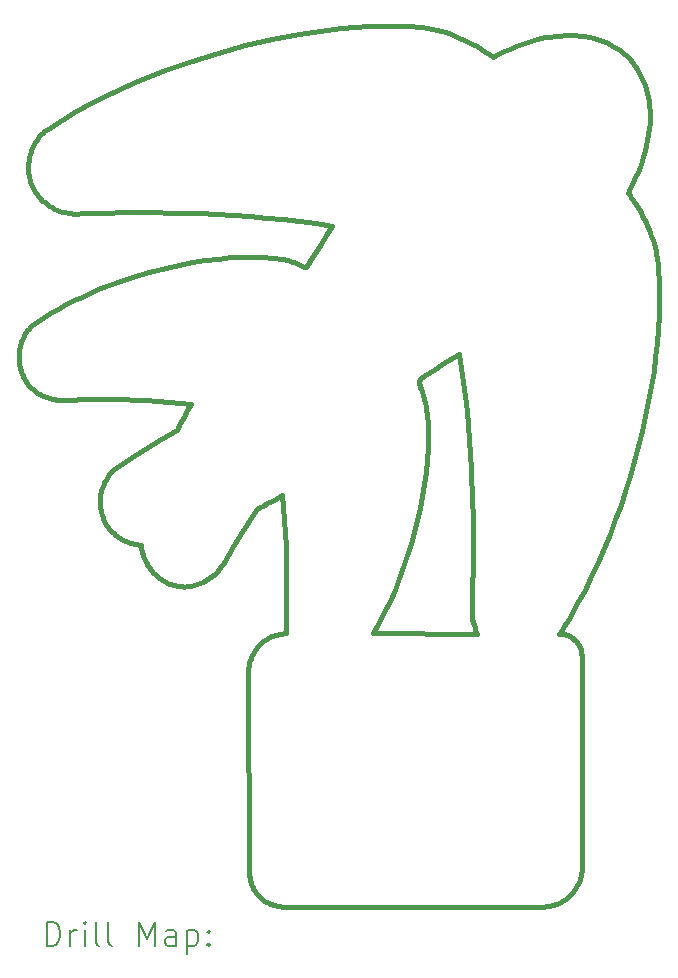
<source format=gbr>
%TF.GenerationSoftware,KiCad,Pcbnew,(6.0.10-0)*%
%TF.CreationDate,2023-09-19T21:04:53+02:00*%
%TF.ProjectId,SwiftLeeds,53776966-744c-4656-9564-732e6b696361,rev?*%
%TF.SameCoordinates,Original*%
%TF.FileFunction,Drillmap*%
%TF.FilePolarity,Positive*%
%FSLAX45Y45*%
G04 Gerber Fmt 4.5, Leading zero omitted, Abs format (unit mm)*
G04 Created by KiCad (PCBNEW (6.0.10-0)) date 2023-09-19 21:04:53*
%MOMM*%
%LPD*%
G01*
G04 APERTURE LIST*
%ADD10C,0.400165*%
%ADD11C,0.200000*%
G04 APERTURE END LIST*
D10*
X13902583Y-5745613D02*
X14041688Y-5766952D01*
X16535679Y-4327721D02*
X16508721Y-4303534D01*
X16605084Y-5571640D02*
X16597948Y-5560515D01*
X13998006Y-4105643D02*
X13881451Y-4121306D01*
X12192884Y-8370809D02*
X12204859Y-8381468D01*
X12708832Y-8810494D02*
X12724945Y-8813869D01*
X13808661Y-6115760D02*
X13807957Y-6115442D01*
X13543096Y-9236847D02*
X13528439Y-9242724D01*
X11657115Y-6504816D02*
X11592839Y-6543972D01*
X14812752Y-7201321D02*
X14821429Y-7232018D01*
X12540088Y-8715129D02*
X12552013Y-8726402D01*
X15806662Y-4179063D02*
X15780115Y-4185270D01*
X14810761Y-7041916D02*
X14806150Y-7044885D01*
X16605084Y-5571640D02*
X16605084Y-5571640D01*
X13339630Y-11237459D02*
X13340080Y-11252490D01*
X12662058Y-8795704D02*
X12677370Y-8801386D01*
X11501428Y-5429152D02*
X11509838Y-5446808D01*
X14467164Y-4070204D02*
X14467164Y-4070204D01*
X16725947Y-4940851D02*
X16729688Y-4893125D01*
X12430522Y-8516216D02*
X12434242Y-8532220D01*
X13654203Y-9216633D02*
X13637561Y-9217135D01*
X15005954Y-4127879D02*
X14966922Y-4116162D01*
X15044521Y-4141087D02*
X15005954Y-4127879D01*
X16152828Y-11241217D02*
X16154856Y-11224683D01*
X16154856Y-11224683D02*
X16156072Y-11208007D01*
X13425967Y-11444004D02*
X13436134Y-11453676D01*
X13604966Y-9220607D02*
X13589053Y-9223536D01*
X13655169Y-8670551D02*
X13655751Y-8747787D01*
X11875589Y-5663649D02*
X11875589Y-5663649D01*
X11469452Y-5296623D02*
X11471182Y-5316176D01*
X16099936Y-11379100D02*
X16108755Y-11365085D01*
X15835821Y-11529488D02*
X15852452Y-11528248D01*
X13847643Y-6074278D02*
X13842246Y-6082111D01*
X11416444Y-6730400D02*
X11410754Y-6744860D01*
X13338632Y-9477095D02*
X13335863Y-9493079D01*
X15847080Y-4170819D02*
X15806662Y-4179063D01*
X16044781Y-9092125D02*
X16118881Y-8961459D01*
X16791635Y-6038068D02*
X16786382Y-6006784D01*
X14786831Y-7125726D02*
X14787006Y-7127046D01*
X13409053Y-6028436D02*
X13353160Y-6027295D01*
X13340080Y-11252490D02*
X13341275Y-11267323D01*
X13416269Y-11433858D02*
X13425967Y-11444004D01*
X13573424Y-9227232D02*
X13558098Y-9231676D01*
X11722347Y-6467348D02*
X11657115Y-6504816D01*
X15901383Y-11519694D02*
X15917281Y-11515268D01*
X13828049Y-6100926D02*
X13825279Y-6104162D01*
X13505955Y-11500761D02*
X13518890Y-11506612D01*
X11730734Y-7239143D02*
X11743756Y-7239595D01*
X12113238Y-8264255D02*
X12121880Y-8281230D01*
X12468158Y-7243072D02*
X12563493Y-7248650D01*
X12083753Y-8173663D02*
X12087817Y-8192374D01*
X11461497Y-7100178D02*
X11469657Y-7110290D01*
X11468775Y-5257332D02*
X11468652Y-5276992D01*
X12952717Y-8779877D02*
X12977936Y-8766097D01*
X16669780Y-5680349D02*
X16654554Y-5652599D01*
X12817428Y-7327852D02*
X12786397Y-7382247D01*
X15885260Y-11523340D02*
X15901383Y-11519694D01*
X15224053Y-9038474D02*
X15223511Y-9006548D01*
X14678363Y-8556997D02*
X14645113Y-8654596D01*
X11387100Y-6866637D02*
X11386947Y-6882216D01*
X14802893Y-7170930D02*
X14812752Y-7201321D01*
X12277300Y-7235900D02*
X12372753Y-7238832D01*
X11616611Y-7214415D02*
X11628836Y-7218922D01*
X12192884Y-8370809D02*
X12192884Y-8370809D01*
X14637091Y-4071965D02*
X14594623Y-4070719D01*
X16033050Y-11453196D02*
X16045678Y-11442276D01*
X12449558Y-8579068D02*
X12455987Y-8594213D01*
X16054066Y-4152503D02*
X16012374Y-4152859D01*
X14851962Y-7420872D02*
X14854013Y-7452829D01*
X16056039Y-9242066D02*
X16047959Y-9237836D01*
X11387887Y-6851074D02*
X11387100Y-6866637D01*
X14570480Y-8846387D02*
X14529122Y-8940389D01*
X12182007Y-7839073D02*
X12168476Y-7852795D01*
X16150216Y-9370381D02*
X16148121Y-9361256D01*
X15225128Y-8942639D02*
X15228143Y-8878698D01*
X15248722Y-9166002D02*
X15242633Y-9147611D01*
X12488056Y-6158270D02*
X12343843Y-6201285D01*
X15153728Y-7088870D02*
X15137371Y-6967832D01*
X13357788Y-11337889D02*
X13363070Y-11351154D01*
X16299034Y-4190971D02*
X16259361Y-4179345D01*
X13520828Y-6035618D02*
X13520828Y-6035618D01*
X13133522Y-8600110D02*
X13133522Y-8600110D01*
X12168476Y-7852795D02*
X12155878Y-7867237D01*
X13763121Y-5726969D02*
X13902583Y-5745613D01*
X15499218Y-4287858D02*
X15450268Y-4311811D01*
X13520828Y-6035618D02*
X13464947Y-6031182D01*
X16449521Y-4260869D02*
X16413345Y-4239732D01*
X11439432Y-7067933D02*
X11446369Y-7078993D01*
X16702309Y-5082444D02*
X16712146Y-5035549D01*
X12742770Y-6096848D02*
X12633580Y-6120608D01*
X12121880Y-8281230D02*
X12131436Y-8297706D01*
X12040729Y-5656380D02*
X12068286Y-5655656D01*
X12470723Y-8623650D02*
X12478992Y-8637892D01*
X13812092Y-6115442D02*
X13811148Y-6115748D01*
X13588023Y-11526209D02*
X13602612Y-11528068D01*
X14854013Y-7452829D02*
X14856041Y-7516868D01*
X14786887Y-7124924D02*
X14786831Y-7125726D01*
X11386947Y-6882216D02*
X11387433Y-6897784D01*
X15887967Y-4164000D02*
X15847080Y-4170819D01*
X15222099Y-7918043D02*
X15217737Y-7822365D01*
X13483327Y-5697012D02*
X13623352Y-5710831D01*
X11405660Y-6759553D02*
X11401167Y-6774450D01*
X15120211Y-4171642D02*
X15082611Y-4155702D01*
X16440603Y-8252240D02*
X16484595Y-8130006D01*
X15265479Y-4246993D02*
X15229957Y-4226582D01*
X12120280Y-4665795D02*
X11996546Y-4729112D01*
X14834087Y-7850851D02*
X14820179Y-7953525D01*
X16219083Y-4169907D02*
X16178306Y-4162580D01*
X16179524Y-8846505D02*
X16237319Y-8730154D01*
X16146383Y-11273753D02*
X16150000Y-11257583D01*
X15232749Y-8663612D02*
X15234089Y-8510312D01*
X14820179Y-7953525D02*
X14803471Y-8055759D01*
X11488557Y-5141443D02*
X11483024Y-5160270D01*
X15948292Y-11504126D02*
X15963349Y-11497432D01*
X15701503Y-4207395D02*
X15649941Y-4224824D01*
X15224806Y-9054427D02*
X15224053Y-9038474D01*
X13635516Y-6050413D02*
X13617824Y-6047216D01*
X14779793Y-7098729D02*
X14780113Y-7103516D01*
X12360947Y-8457589D02*
X12376538Y-8460901D01*
X12564388Y-8737153D02*
X12577193Y-8747356D01*
X12425267Y-8483772D02*
X12427524Y-8500058D01*
X11446369Y-7078993D02*
X11453729Y-7089744D01*
X12106867Y-7948469D02*
X12099854Y-7966163D01*
X16677324Y-5175139D02*
X16690665Y-5128987D01*
X11756790Y-7239565D02*
X11756790Y-7239565D01*
X15966600Y-9218419D02*
X15966600Y-9218419D01*
X15157311Y-4188824D02*
X15120211Y-4171642D01*
X14927438Y-4106019D02*
X14887513Y-4097531D01*
X16126914Y-9310536D02*
X16122047Y-9302864D01*
X16156072Y-11208007D02*
X16156464Y-11191219D01*
X11392768Y-6944155D02*
X11395855Y-6959410D01*
X16131419Y-9318451D02*
X16126914Y-9310536D01*
X13062222Y-5667577D02*
X13202712Y-5675574D01*
X16105392Y-9281421D02*
X16099195Y-9274836D01*
X16154054Y-9408371D02*
X16153798Y-9398673D01*
X12078382Y-8135707D02*
X12080608Y-8154757D01*
X12509550Y-5651744D02*
X12715995Y-5654767D01*
X11474622Y-5198654D02*
X11471766Y-5218114D01*
X11540968Y-5496800D02*
X11540968Y-5496800D01*
X13547172Y-8083356D02*
X13616447Y-8043214D01*
X11487095Y-7129521D02*
X11496342Y-7138627D01*
X11388562Y-6913315D02*
X11390339Y-6928781D01*
X14821429Y-7232018D02*
X14828982Y-7262991D01*
X12095860Y-5655354D02*
X12302714Y-5651974D01*
X13623352Y-5710831D02*
X13763121Y-5726969D01*
X13789709Y-6105367D02*
X13771927Y-6096241D01*
X12772350Y-8819190D02*
X12786825Y-8819606D01*
X13616447Y-8043214D02*
X13627076Y-8149129D01*
X14552133Y-4070098D02*
X14467164Y-4070204D01*
X12407981Y-8465792D02*
X12423770Y-8467381D01*
X16699438Y-4606403D02*
X16688226Y-4571659D01*
X16344482Y-8493550D02*
X16393908Y-8373447D01*
X11421311Y-7032959D02*
X11421311Y-7032959D01*
X13333883Y-9509318D02*
X13332711Y-9525793D01*
X14791792Y-7140879D02*
X14802893Y-7170930D01*
X13847643Y-6074278D02*
X13847643Y-6074278D01*
X16745916Y-5854019D02*
X16735177Y-5824282D01*
X11732967Y-5638557D02*
X11756024Y-5646025D01*
X15401948Y-4336913D02*
X15368698Y-4313357D01*
X13486732Y-9264390D02*
X13473653Y-9272889D01*
X15137371Y-6967832D02*
X15119466Y-6847484D01*
X15193897Y-4207165D02*
X15157311Y-4188824D01*
X11526013Y-7163832D02*
X11536495Y-7171507D01*
X14787501Y-7129054D02*
X14788405Y-7131917D01*
X11529573Y-6584844D02*
X11517086Y-6594408D01*
X15234777Y-9119225D02*
X15232549Y-9109585D01*
X11529297Y-5052889D02*
X11519426Y-5069695D01*
X13472493Y-8126213D02*
X13477588Y-8122961D01*
X12692968Y-8806324D02*
X12708832Y-8810494D01*
X16720062Y-4988338D02*
X16725947Y-4940851D01*
X11923260Y-6364781D02*
X11855472Y-6397360D01*
X13534089Y-4183378D02*
X13304777Y-4236552D01*
X12423770Y-8467381D02*
X12423770Y-8467381D01*
X12372753Y-7238832D02*
X12468158Y-7243072D01*
X12658736Y-7255592D02*
X12753863Y-7263929D01*
X11502256Y-5104761D02*
X11494970Y-5122924D01*
X11646191Y-5596137D02*
X11666911Y-5608589D01*
X12087817Y-8192374D02*
X12092798Y-8210840D01*
X13332368Y-9542483D02*
X13339630Y-11237459D01*
X11510411Y-5087002D02*
X11502256Y-5104761D01*
X11710377Y-5629817D02*
X11732967Y-5638557D01*
X16560878Y-4353629D02*
X16535679Y-4327721D01*
X13830873Y-6097448D02*
X13828049Y-6100926D01*
X13086560Y-8672478D02*
X13103967Y-8649506D01*
X16545841Y-5484067D02*
X16567922Y-5441715D01*
X11494970Y-5122924D02*
X11488557Y-5141443D01*
X13351465Y-9430886D02*
X13346452Y-9445979D01*
X16259361Y-4179345D02*
X16219083Y-4169907D01*
X16118881Y-8961459D02*
X16118881Y-8961459D01*
X14041688Y-5766952D02*
X13992661Y-5843460D01*
X15232549Y-9109585D02*
X15230539Y-9099871D01*
X13754521Y-6088004D02*
X13737399Y-6080600D01*
X11607167Y-5567643D02*
X11626250Y-5582482D01*
X12003910Y-7233861D02*
X12045113Y-7233431D01*
X13561699Y-6039610D02*
X13520828Y-6035618D01*
X14787555Y-7123961D02*
X14787337Y-7124210D01*
X13437165Y-9301926D02*
X13425987Y-9312718D01*
X16813053Y-6397531D02*
X16811152Y-6277487D01*
X12261057Y-7781970D02*
X12196473Y-7826122D01*
X15976269Y-9218778D02*
X15966600Y-9218419D01*
X13686824Y-6062802D02*
X13669925Y-6058149D01*
X13477588Y-8122961D02*
X13547172Y-8083356D01*
X16130912Y-11320804D02*
X16136827Y-11305391D01*
X12528630Y-8703357D02*
X12540088Y-8715129D01*
X16808330Y-6217524D02*
X16804178Y-6157623D01*
X16142652Y-9343535D02*
X16139300Y-9334962D01*
X15242633Y-9147611D02*
X15239831Y-9138246D01*
X14789915Y-7059281D02*
X14788277Y-7061557D01*
X12647049Y-8789301D02*
X12662058Y-8795704D01*
X11487520Y-5392641D02*
X11493991Y-5411080D01*
X14389027Y-9213689D02*
X14389027Y-9213689D01*
X11404019Y-6989456D02*
X11409105Y-7004193D01*
X13415334Y-9324032D02*
X13405228Y-9335848D01*
X11996546Y-4729112D02*
X11874819Y-4796161D01*
X15368698Y-4313357D02*
X15334862Y-4290463D01*
X15548808Y-4265248D02*
X15499218Y-4287858D01*
X11626250Y-5582482D02*
X11646191Y-5596137D01*
X13737399Y-6080600D02*
X13720470Y-6073970D01*
X11469657Y-7110290D02*
X11478195Y-7120073D01*
X12517658Y-8691113D02*
X12528630Y-8703357D01*
X14820160Y-7036078D02*
X14810761Y-7041916D01*
X13481124Y-11487274D02*
X13493360Y-11494309D01*
X13077592Y-4298437D02*
X12852806Y-4368410D01*
X11482889Y-6626331D02*
X11472593Y-6637959D01*
X13378386Y-9374101D02*
X13370665Y-9387718D01*
X13119660Y-8625350D02*
X13133522Y-8600110D01*
X16026043Y-9124456D02*
X16044781Y-9092125D01*
X12757845Y-8818141D02*
X12757845Y-8818141D01*
X13461018Y-9281991D02*
X13448849Y-9291677D01*
X12245791Y-4606009D02*
X12120280Y-4665795D01*
X13944046Y-5920222D02*
X13847643Y-6074278D01*
X14779683Y-7094216D02*
X14779793Y-7098729D01*
X13335863Y-9493079D02*
X13333883Y-9509318D01*
X16092694Y-9268553D02*
X16085901Y-9262583D01*
X15300452Y-4268314D02*
X15265479Y-4246993D01*
X14529122Y-8940389D02*
X14485085Y-9033004D01*
X12061025Y-6304307D02*
X11991796Y-6333773D01*
X11399604Y-6974519D02*
X11404019Y-6989456D01*
X15987122Y-9187742D02*
X16006880Y-9156375D01*
X16013526Y-9224867D02*
X16004448Y-9222670D01*
X16508721Y-4303534D02*
X16480002Y-4281204D01*
X12315075Y-8444124D02*
X12330185Y-8449205D01*
X14853455Y-7644559D02*
X14845183Y-7747831D01*
X12345486Y-8453692D02*
X12360947Y-8457589D01*
X12141904Y-8313631D02*
X12153284Y-8328954D01*
X12077076Y-8116564D02*
X12078382Y-8135707D01*
X16731173Y-4845199D02*
X16730290Y-4797110D01*
X16791635Y-6038068D02*
X16791635Y-6038068D01*
X12392226Y-8463634D02*
X12407981Y-8465792D01*
X14780113Y-7103516D02*
X14780653Y-7108588D01*
X14114890Y-4092624D02*
X13998006Y-4105643D01*
X11788484Y-6431539D02*
X11722347Y-6467348D01*
X13304777Y-4236552D02*
X13077592Y-4298437D01*
X13617824Y-6047216D02*
X13599684Y-6044388D01*
X13649542Y-8472468D02*
X13651685Y-8532114D01*
X16031142Y-9230538D02*
X16022428Y-9227493D01*
X11410754Y-6744860D02*
X11405660Y-6759553D01*
X16690665Y-5128987D02*
X16702309Y-5082444D01*
X11704790Y-7236816D02*
X11717741Y-7238214D01*
X16722655Y-4713019D02*
X16716651Y-4677220D01*
X12926608Y-8791778D02*
X12952717Y-8779877D01*
X13353160Y-6027295D02*
X13297285Y-6027675D01*
X13589053Y-9223536D02*
X13573424Y-9227232D01*
X13649542Y-8472468D02*
X13649542Y-8472468D01*
X15082611Y-4155702D02*
X15044521Y-4141087D01*
X16122047Y-9302864D02*
X16116830Y-9295446D01*
X16012374Y-4152859D02*
X15970722Y-4154944D01*
X11930615Y-5661376D02*
X11985654Y-5658670D01*
X12872189Y-8809542D02*
X12899726Y-8801699D01*
X13815226Y-6113707D02*
X13813088Y-6114996D01*
X13341275Y-11267323D02*
X13343197Y-11281941D01*
X13819999Y-6109713D02*
X13817538Y-6111929D01*
X12715995Y-5654767D02*
X12921679Y-5661145D01*
X16151868Y-9379666D02*
X16150216Y-9370381D01*
X14806390Y-4085856D02*
X14764188Y-4080782D01*
X11547249Y-7178809D02*
X11558259Y-7185731D01*
X13807957Y-6115442D02*
X13807957Y-6115442D01*
X11529602Y-5480680D02*
X11540968Y-5496800D01*
X15334862Y-4290463D02*
X15300452Y-4268314D01*
X12852806Y-4368410D02*
X12630691Y-4445850D01*
X12392623Y-7697268D02*
X12326511Y-7739124D01*
X13461908Y-8132288D02*
X13467257Y-8129312D01*
X12326511Y-7739124D02*
X12261057Y-7781970D01*
X11437049Y-6688686D02*
X11429597Y-6702286D01*
X16622178Y-5598232D02*
X16605084Y-5571640D01*
X13809430Y-6115913D02*
X13808661Y-6115760D01*
X16764832Y-5914346D02*
X16755811Y-5884045D01*
X13528439Y-9242724D02*
X13514145Y-9249288D01*
X14708887Y-8458389D02*
X14678363Y-8556997D01*
X13573664Y-11523638D02*
X13588023Y-11526209D01*
X16085901Y-9262583D02*
X16078828Y-9256938D01*
X12230198Y-8400870D02*
X12243500Y-8409624D01*
X13394849Y-8173517D02*
X13394849Y-8173517D01*
X12443778Y-8563671D02*
X12449558Y-8579068D01*
X16735177Y-5824282D02*
X16723621Y-5794846D01*
X15255375Y-9183886D02*
X15248722Y-9166002D01*
X11851366Y-5662812D02*
X11875589Y-5663649D01*
X13342168Y-9461388D02*
X13338632Y-9477095D01*
X11472593Y-6637959D02*
X11462856Y-6650035D01*
X12844115Y-8815207D02*
X12872189Y-8809542D01*
X13881451Y-4121306D02*
X13765257Y-4139534D01*
X13398355Y-11412224D02*
X13407059Y-11423259D01*
X13467257Y-8129312D02*
X13472493Y-8126213D01*
X11426887Y-7044910D02*
X11432933Y-7056570D01*
X13375463Y-11376687D02*
X13382539Y-11388920D01*
X16786382Y-6006784D02*
X16780146Y-5975728D01*
X11604551Y-7209489D02*
X11616611Y-7214415D01*
X14797453Y-7051392D02*
X14795438Y-7053205D01*
X15223980Y-8974601D02*
X15225128Y-8942639D01*
X11691897Y-7234955D02*
X11704790Y-7236816D01*
X16413345Y-4239732D02*
X16376133Y-4221088D01*
X12677370Y-8801386D02*
X12692968Y-8806324D01*
X16730290Y-4797110D02*
X16726927Y-4748896D01*
X16729688Y-4893125D02*
X16731173Y-4845199D01*
X15168509Y-7210468D02*
X15153728Y-7088870D01*
X12144214Y-7882349D02*
X12133481Y-7898078D01*
X12455987Y-8594213D02*
X12463048Y-8609082D01*
X13810260Y-6115907D02*
X13809430Y-6115913D01*
X12165574Y-8343626D02*
X12178775Y-8357594D01*
X15599046Y-4244173D02*
X15548808Y-4265248D01*
X14788405Y-7131917D02*
X14789806Y-7135803D01*
X12438667Y-8548047D02*
X12443778Y-8563671D01*
X15217737Y-7822365D02*
X15217737Y-7822365D01*
X15963349Y-11497432D02*
X15978071Y-11490005D01*
X15119466Y-6847484D02*
X15119466Y-6847484D01*
X12563493Y-7248650D02*
X12658736Y-7255592D01*
X14787111Y-7121635D02*
X14787530Y-7122841D01*
X11679077Y-7232636D02*
X11691897Y-7234955D01*
X11422727Y-6716200D02*
X11416444Y-6730400D01*
X14761706Y-8258524D02*
X14736672Y-8358866D01*
X16600654Y-7757869D02*
X16634132Y-7632259D01*
X15780115Y-4185270D02*
X15753740Y-4192077D01*
X12077228Y-8078201D02*
X12076691Y-8097378D01*
X13382539Y-11388920D02*
X13390176Y-11400771D01*
X13653223Y-9140710D02*
X13654203Y-9216633D01*
X15239831Y-9138246D02*
X15237208Y-9128782D01*
X16606011Y-4410059D02*
X16584322Y-4381121D01*
X16141988Y-11289698D02*
X16146383Y-11273753D01*
X13345828Y-11296325D02*
X13349149Y-11310456D01*
X16698168Y-5736923D02*
X16684327Y-5708462D01*
X15401948Y-4336913D02*
X15401948Y-4336913D01*
X16153798Y-9398673D02*
X16153066Y-9389101D01*
X11517086Y-6594408D02*
X11505140Y-6604528D01*
X14793505Y-7055117D02*
X14791661Y-7057138D01*
X16804178Y-6157623D02*
X16798634Y-6097798D01*
X13653229Y-9063136D02*
X13653223Y-9140710D01*
X13655751Y-8747787D02*
X13654725Y-8905326D01*
X12084378Y-8021229D02*
X12081070Y-8040076D01*
X12300189Y-8438444D02*
X12315075Y-8444124D01*
X11519426Y-5069695D02*
X11510411Y-5087002D01*
X12963226Y-6057253D02*
X12852693Y-6075507D01*
X12086337Y-7233852D02*
X12086337Y-7233852D01*
X15217737Y-7822365D02*
X15211279Y-7699894D01*
X12899726Y-8801699D02*
X12926608Y-8791778D01*
X13434443Y-8146385D02*
X13456473Y-8135172D01*
X11666911Y-5608589D02*
X11688332Y-5619822D01*
X12092798Y-8210840D02*
X12098696Y-8229009D01*
X16080219Y-11405846D02*
X16090421Y-11392697D01*
X11991796Y-6333773D02*
X11923260Y-6364781D01*
X11477455Y-5354854D02*
X11482010Y-5373883D01*
X13813088Y-6114996D02*
X13812092Y-6115442D01*
X12577193Y-8747356D02*
X12590412Y-8756988D01*
X14856041Y-7516868D02*
X14855698Y-7580863D01*
X11414868Y-7018703D02*
X11421311Y-7032959D01*
X16662398Y-5220862D02*
X16677324Y-5175139D01*
X16154054Y-9408371D02*
X16154054Y-9408371D01*
X15929217Y-4158683D02*
X15887967Y-4164000D01*
X14783976Y-8157456D02*
X14761706Y-8258524D01*
X16810374Y-6517620D02*
X16813053Y-6397531D01*
X14828982Y-7262991D02*
X14835472Y-7294208D01*
X13637561Y-9217135D02*
X13621142Y-9218467D01*
X12501226Y-4496237D02*
X12372850Y-4549557D01*
X13408365Y-8161930D02*
X13413300Y-8158524D01*
X13532147Y-11511843D02*
X13545707Y-11516437D01*
X13992661Y-5843460D02*
X13944046Y-5920222D01*
X16711275Y-5765722D02*
X16698168Y-5736923D01*
X15193223Y-7454833D02*
X15181684Y-7332499D01*
X11606131Y-4965268D02*
X11591260Y-4978057D01*
X13363070Y-11351154D02*
X13368967Y-11364093D01*
X16712146Y-5035549D02*
X16720062Y-4988338D01*
X14232066Y-4082326D02*
X14114890Y-4092624D01*
X16644137Y-4471728D02*
X16625948Y-4440307D01*
X14795438Y-7053205D02*
X14793505Y-7055117D01*
X12725684Y-7491796D02*
X12592803Y-7574486D01*
X13651685Y-8532114D02*
X13652685Y-8564065D01*
X15228973Y-8108976D02*
X15225898Y-8013769D01*
X16124254Y-11335909D02*
X16130912Y-11320804D01*
X13363591Y-9401736D02*
X13357184Y-9416132D01*
X15966600Y-9218419D02*
X15966600Y-9218419D01*
X14845492Y-7357244D02*
X14849141Y-7389000D01*
X16634132Y-7632259D02*
X16665053Y-7505991D01*
X15649941Y-4224824D02*
X15599046Y-4244173D01*
X13653367Y-8595101D02*
X13655169Y-8670551D01*
X16545841Y-5484067D02*
X16545841Y-5484067D01*
X13413300Y-8158524D02*
X13418404Y-8155297D01*
X16006880Y-9156375D02*
X16026043Y-9124456D01*
X13559552Y-11520375D02*
X13573664Y-11523638D01*
X15868941Y-11526195D02*
X15885260Y-11523340D01*
X12088610Y-8002595D02*
X12084378Y-8021229D01*
X13370665Y-9387718D02*
X13363591Y-9401736D01*
X16480002Y-4281204D02*
X16449521Y-4260869D01*
X16772953Y-5944911D02*
X16764832Y-5914346D01*
X11827220Y-5660613D02*
X11851366Y-5662812D01*
X13074250Y-6042751D02*
X12963226Y-6057253D01*
X15229916Y-8814776D02*
X15232749Y-8663612D01*
X12848854Y-7273686D02*
X12848854Y-7273686D01*
X13202712Y-5675574D02*
X13343097Y-5685322D01*
X11688332Y-5619822D02*
X11710377Y-5629817D01*
X12086337Y-7233852D02*
X12181820Y-7234250D01*
X12271210Y-8425263D02*
X12285557Y-8432158D01*
X11390339Y-6928781D02*
X11392768Y-6944155D01*
X16145596Y-9352303D02*
X16142652Y-9343535D01*
X13464947Y-6031182D02*
X13409053Y-6028436D01*
X16684327Y-5708462D02*
X16669780Y-5680349D01*
X13395687Y-9348145D02*
X13386733Y-9360903D01*
X14788277Y-7061557D02*
X14786754Y-7063978D01*
X12243500Y-8409624D02*
X12257181Y-8417754D01*
X16780146Y-5975728D02*
X16772953Y-5944911D01*
X11592670Y-7204152D02*
X11604551Y-7209489D01*
X13343097Y-5685322D02*
X13483327Y-5697012D01*
X11756790Y-7239565D02*
X11797995Y-7239559D01*
X13418404Y-8155297D02*
X13423648Y-8152218D01*
X11389303Y-6835555D02*
X11387887Y-6851074D01*
X13473653Y-9272889D02*
X13461018Y-9281991D01*
X11515816Y-7155789D02*
X11526013Y-7163832D01*
X16047959Y-9237836D02*
X16039656Y-9233990D01*
X16779815Y-6876852D02*
X16793261Y-6757413D01*
X13636194Y-8256459D02*
X13643713Y-8364480D01*
X16292296Y-8612477D02*
X16344482Y-8493550D01*
X14806150Y-7044885D02*
X14801691Y-7048013D01*
X16708913Y-4641636D02*
X16699438Y-4606403D01*
X16237319Y-8730154D02*
X16292296Y-8612477D01*
X16099195Y-9274836D02*
X16092694Y-9268553D01*
X12376538Y-8460901D02*
X12392226Y-8463634D01*
X16723621Y-5794846D02*
X16711275Y-5765722D01*
X13632406Y-11529580D02*
X15819077Y-11529902D01*
X15203098Y-7577341D02*
X15193223Y-7454833D01*
X12081070Y-8040076D02*
X12078688Y-8059084D01*
X13436134Y-11453676D02*
X13446751Y-11462858D01*
X16625948Y-4440307D02*
X16606011Y-4410059D01*
X14787006Y-7127046D02*
X14787501Y-7129054D01*
X13297285Y-6027675D02*
X13241440Y-6029495D01*
X11580985Y-7198409D02*
X11592670Y-7204152D01*
X13353142Y-11324317D02*
X13357788Y-11337889D01*
X13703642Y-6068057D02*
X13686824Y-6062802D01*
X15852452Y-11528248D02*
X15868941Y-11526195D01*
X11473847Y-5335602D02*
X11477455Y-5354854D01*
X13807957Y-6115442D02*
X13789709Y-6105367D01*
X12592803Y-7574486D02*
X12459183Y-7656087D01*
X12068286Y-5655656D02*
X12095860Y-5655354D01*
X13386733Y-9360903D02*
X13378386Y-9374101D01*
X13500236Y-9256516D02*
X13486732Y-9264390D01*
X15932926Y-11510075D02*
X15948292Y-11504126D01*
X12786397Y-7382247D02*
X12755802Y-7436888D01*
X15966600Y-9218419D02*
X15966600Y-9218419D01*
X11493739Y-6615178D02*
X11482889Y-6626331D01*
X12078688Y-8059084D02*
X12077228Y-8078201D01*
X13407059Y-11423259D02*
X13416269Y-11433858D01*
X14787530Y-7122841D02*
X14787649Y-7123561D01*
X16811152Y-6277487D02*
X16808330Y-6217524D01*
X16039656Y-9233990D02*
X16031142Y-9230538D01*
X16376133Y-4221088D02*
X16337994Y-4204860D01*
X13346452Y-9445979D02*
X13342168Y-9461388D01*
X13632406Y-11529580D02*
X13632406Y-11529580D01*
X13669925Y-6058149D02*
X13652852Y-6054038D01*
X14847160Y-4090782D02*
X14806390Y-4085856D01*
X11756024Y-5646025D02*
X11779471Y-5652202D01*
X13349149Y-11310456D02*
X13353142Y-11324317D01*
X15211279Y-7699894D02*
X15203098Y-7577341D01*
X12427524Y-8500058D02*
X12430522Y-8516216D01*
X11536495Y-7171507D02*
X11547249Y-7178809D01*
X16638677Y-5625222D02*
X16622178Y-5598232D01*
X15269966Y-9217850D02*
X15262490Y-9201192D01*
X12434242Y-8532220D02*
X12438667Y-8548047D01*
X12815621Y-8818595D02*
X12844115Y-8815207D01*
X12181820Y-7234250D02*
X12277300Y-7235900D01*
X12105509Y-8246831D02*
X12113238Y-8264255D01*
X16560987Y-5505730D02*
X16545841Y-5484067D01*
X13425987Y-9312718D02*
X13415334Y-9324032D01*
X11569509Y-7192266D02*
X11580985Y-7198409D01*
X14966922Y-4116162D02*
X14927438Y-4106019D01*
X11641210Y-7223004D02*
X11653719Y-7226654D01*
X11391344Y-6820105D02*
X11389303Y-6835555D01*
X12095860Y-5655354D02*
X12095860Y-5655354D01*
X13448849Y-9291677D02*
X13437165Y-9301926D01*
X16135552Y-9326597D02*
X16131419Y-9318451D01*
X14791792Y-7140879D02*
X14791792Y-7140879D01*
X15806662Y-4179063D02*
X15806662Y-4179063D01*
X12921679Y-5661145D02*
X12921679Y-5661145D01*
X14780061Y-7085963D02*
X14779775Y-7089964D01*
X13133522Y-8600110D02*
X13197685Y-8493480D01*
X14736672Y-8358866D02*
X14708887Y-8458389D01*
X11571885Y-5534484D02*
X11589019Y-5551638D01*
X16719347Y-7251774D02*
X16763769Y-6995810D01*
X12201359Y-6249886D02*
X12130897Y-6276355D01*
X12372850Y-4549557D02*
X12245791Y-4606009D01*
X16178306Y-4162580D02*
X16137140Y-4157288D01*
X11540016Y-5036632D02*
X11529297Y-5052889D01*
X12196473Y-7826122D02*
X12182007Y-7839073D01*
X11483024Y-5160270D02*
X11478377Y-5179356D01*
X11551579Y-5020972D02*
X11540016Y-5036632D01*
X12507190Y-8678419D02*
X12517658Y-8691113D01*
X12724945Y-8813869D02*
X12741289Y-8816427D01*
X16597948Y-5560515D02*
X16590710Y-5549456D01*
X11743756Y-7239595D02*
X11756790Y-7239565D01*
X16118881Y-8961459D02*
X16179524Y-8846505D01*
X16716651Y-4677220D02*
X16708913Y-4641636D01*
X11621814Y-4953316D02*
X11606131Y-4965268D01*
X14803471Y-8055759D02*
X14783976Y-8157456D01*
X12921679Y-5661145D02*
X13062222Y-5667577D01*
X12217308Y-8391486D02*
X12230198Y-8400870D01*
X11445080Y-6675426D02*
X11437049Y-6688686D01*
X12098696Y-8229009D02*
X12105509Y-8246831D01*
X13456473Y-8135172D02*
X13461908Y-8132288D01*
X11779471Y-5652202D02*
X11803229Y-5657070D01*
X16108755Y-11365085D02*
X16116865Y-11350679D01*
X16095691Y-4153954D02*
X16054066Y-4152503D01*
X16078828Y-9256938D02*
X16071485Y-9251628D01*
X11653719Y-7226654D02*
X11666346Y-7229867D01*
X16589091Y-5398706D02*
X16609235Y-5355079D01*
X13429003Y-8149258D02*
X13434443Y-8146385D01*
X13477588Y-8122961D02*
X13477588Y-8122961D01*
X13241440Y-6029495D02*
X13185643Y-6032669D01*
X11717741Y-7238214D02*
X11730734Y-7239143D01*
X13405228Y-9335848D02*
X13395687Y-9348145D01*
X14902203Y-6984725D02*
X14829337Y-7029751D01*
X13617413Y-11529198D02*
X13632406Y-11529580D01*
X14779775Y-7089964D02*
X14779683Y-7094216D01*
X14785356Y-7066555D02*
X14784091Y-7069301D01*
X16660577Y-4504185D02*
X16644137Y-4471728D01*
X14840955Y-7325636D02*
X14845492Y-7357244D01*
X16156464Y-11191219D02*
X16156464Y-11191219D01*
X12076691Y-8097378D02*
X12077076Y-8116564D01*
X13394849Y-8173517D02*
X13399111Y-8169396D01*
X12196473Y-7826122D02*
X12196473Y-7826122D01*
X16609235Y-5355079D02*
X16628242Y-5310870D01*
X11555842Y-5516198D02*
X11571885Y-5534484D01*
X14438383Y-9124135D02*
X14389027Y-9213689D01*
X16337994Y-4204860D02*
X16299034Y-4190971D01*
X15230539Y-9099871D02*
X15228758Y-9090092D01*
X14789806Y-7135803D02*
X14791792Y-7140879D01*
X13423648Y-8152218D02*
X13429003Y-8149258D01*
X12330185Y-8449205D02*
X12345486Y-8453692D01*
X12487839Y-8651784D02*
X12507190Y-8678419D01*
X13399111Y-8169396D02*
X13403626Y-8165543D01*
X15229957Y-4226582D02*
X15193897Y-4207165D01*
X11505921Y-7147385D02*
X11515816Y-7155789D01*
X14389027Y-9213689D02*
X15269966Y-9217850D01*
X11505140Y-6604528D02*
X11493739Y-6615178D01*
X14780653Y-7108588D02*
X14785016Y-7117091D01*
X13654203Y-9216633D02*
X13654203Y-9216633D01*
X12114809Y-7931189D02*
X12106867Y-7948469D01*
X16045678Y-11442276D02*
X16057805Y-11430693D01*
X14835472Y-7294208D02*
X14840955Y-7325636D01*
X13545707Y-11516437D02*
X13559552Y-11520375D01*
X13621142Y-9218467D02*
X13604966Y-9220607D01*
X13514145Y-9249288D02*
X13500236Y-9256516D01*
X12123680Y-7914375D02*
X12114809Y-7931189D01*
X12459183Y-7656087D02*
X12392623Y-7697268D01*
X11855472Y-6397360D02*
X11788484Y-6431539D01*
X16004448Y-9222670D02*
X15995204Y-9220915D01*
X16006398Y-11472998D02*
X16019947Y-11463441D01*
X14785016Y-7117091D02*
X14786302Y-7119774D01*
X13771927Y-6096241D02*
X13754521Y-6088004D01*
X15233655Y-8356325D02*
X15231162Y-8203099D01*
X12045113Y-7233431D02*
X12086337Y-7233852D01*
X16111274Y-9288295D02*
X16105392Y-9281421D01*
X12478992Y-8637892D02*
X12487839Y-8651784D01*
X13390176Y-11400771D02*
X13398355Y-11412224D01*
X12133481Y-7898078D02*
X12123680Y-7914375D01*
X16137140Y-4157288D02*
X16095691Y-4153954D01*
X14609147Y-8751090D02*
X14570480Y-8846387D01*
X11591260Y-4978057D02*
X11577207Y-4991636D01*
X13558098Y-9231676D02*
X13543096Y-9236847D01*
X16755811Y-5884045D02*
X16745916Y-5854019D01*
X14787337Y-7124210D02*
X14787085Y-7124475D01*
X11387433Y-6897784D02*
X11388562Y-6913315D01*
X15992430Y-11481856D02*
X16006398Y-11472998D01*
X13493360Y-11494309D02*
X13505955Y-11500761D01*
X16069343Y-11418521D02*
X16080219Y-11405846D01*
X16798634Y-6097798D02*
X16791635Y-6038068D01*
X12725684Y-7491796D02*
X12725684Y-7491796D01*
X16063885Y-9246667D02*
X16056039Y-9242066D01*
X11468652Y-5276992D02*
X11469452Y-5296623D01*
X15225935Y-9070372D02*
X15224806Y-9054427D01*
X11493991Y-5411080D02*
X11501428Y-5429152D01*
X13103967Y-8649506D02*
X13119660Y-8625350D01*
X13654725Y-8905326D02*
X13653229Y-9063136D01*
X15231162Y-8203099D02*
X15231162Y-8203099D01*
X16665053Y-7505991D02*
X16719347Y-7251774D01*
X13616447Y-8043214D02*
X13616447Y-8043214D01*
X12302714Y-5651974D02*
X12509550Y-5651744D01*
X14041688Y-5766952D02*
X14041688Y-5766952D01*
X14801691Y-7048013D02*
X14797453Y-7051392D01*
X13332711Y-9525793D02*
X13332368Y-9542483D01*
X11397281Y-6789526D02*
X11394005Y-6804754D01*
X14721892Y-4076863D02*
X14679520Y-4073969D01*
X11409105Y-7004193D02*
X11414868Y-7018703D01*
X14784091Y-7069301D02*
X14782967Y-7072226D01*
X14824811Y-7033023D02*
X14820160Y-7036078D01*
X16449521Y-4260869D02*
X16449521Y-4260869D01*
X13653367Y-8595101D02*
X13653367Y-8595101D01*
X16803612Y-6637625D02*
X16810374Y-6517620D01*
X13025233Y-8733295D02*
X13047075Y-8714472D01*
X11755328Y-4867141D02*
X11638303Y-4942251D01*
X11589019Y-5551638D02*
X11607167Y-5567643D01*
X12130897Y-6276355D02*
X12061025Y-6304307D01*
X16763769Y-6995810D02*
X16763769Y-6995810D01*
X14786754Y-7063978D02*
X14785356Y-7066555D01*
X12630691Y-4445850D02*
X12630691Y-4445850D01*
X11839184Y-7238824D02*
X11921541Y-7236221D01*
X12343843Y-6201285D02*
X12201359Y-6249886D01*
X16584322Y-4381121D02*
X16560878Y-4353629D01*
X14349502Y-4074827D02*
X14232066Y-4082326D01*
X11921541Y-7236221D02*
X12003910Y-7233861D01*
X13652852Y-6054038D02*
X13635516Y-6050413D01*
X11401167Y-6774450D02*
X11397281Y-6789526D01*
X16150000Y-11257583D02*
X16152828Y-11241217D01*
X13343197Y-11281941D02*
X13345828Y-11296325D01*
X11638303Y-4942251D02*
X11621814Y-4953316D01*
X12131436Y-8297706D02*
X12141904Y-8313631D01*
X15978071Y-11490005D02*
X15992430Y-11481856D01*
X11577207Y-4991636D02*
X11563978Y-5005958D01*
X11638303Y-4942251D02*
X11638303Y-4942251D01*
X14887513Y-4097531D02*
X14847160Y-4090782D01*
X15995204Y-9220915D02*
X15985808Y-9219614D01*
X13836593Y-6089966D02*
X13830873Y-6097448D01*
X14645113Y-8654596D02*
X14609147Y-8751090D01*
X11394005Y-6804754D02*
X11391344Y-6820105D01*
X13332368Y-9542483D02*
X13332368Y-9542483D01*
X11558259Y-7185731D02*
X11569509Y-7192266D01*
X11453729Y-7089744D02*
X11461497Y-7100178D01*
X11628836Y-7218922D02*
X11641210Y-7223004D01*
X15819077Y-11529902D02*
X15819077Y-11529902D01*
X11462856Y-6650035D02*
X11453684Y-6662533D01*
X14849141Y-7389000D02*
X14851962Y-7420872D01*
X13842246Y-6082111D02*
X13836593Y-6089966D01*
X15119466Y-6847484D02*
X14974820Y-6939287D01*
X14787649Y-7123561D02*
X14787555Y-7123961D01*
X13469265Y-11479675D02*
X13481124Y-11487274D01*
X14679520Y-4073969D02*
X14637091Y-4071965D01*
X11803229Y-5657070D02*
X11827220Y-5660613D01*
X16484595Y-8130006D02*
X16525915Y-8006816D01*
X11797995Y-7239559D02*
X11839184Y-7238824D01*
X13652685Y-8564065D02*
X13653367Y-8595101D01*
X12741289Y-8816427D02*
X12757845Y-8818141D01*
X14791661Y-7057138D02*
X14789915Y-7059281D01*
X15181684Y-7332499D02*
X15168509Y-7210468D01*
X15231162Y-8203099D02*
X15228973Y-8108976D01*
X16019947Y-11463441D02*
X16033050Y-11453196D01*
X13765257Y-4139534D02*
X13534089Y-4183378D01*
X16726927Y-4748896D02*
X16726927Y-4748896D01*
X12630691Y-4445850D02*
X12501226Y-4496237D01*
X13822588Y-6107107D02*
X13819999Y-6109713D01*
X12786825Y-8819606D02*
X12815621Y-8818595D01*
X12633580Y-6120608D02*
X12633580Y-6120608D01*
X12977936Y-8766097D02*
X13002147Y-8750537D01*
X13627076Y-8149129D02*
X13636194Y-8256459D01*
X11469815Y-5237690D02*
X11468775Y-5257332D01*
X15229350Y-8846731D02*
X15229916Y-8814776D01*
X16153066Y-9389101D02*
X16151868Y-9379666D01*
X14467164Y-4070204D02*
X14349502Y-4074827D01*
X14782967Y-7072226D02*
X14781993Y-7075344D01*
X13817538Y-6111929D02*
X13815226Y-6113707D01*
X12423770Y-8467381D02*
X12425267Y-8483772D01*
X12178775Y-8357594D02*
X12192884Y-8370809D01*
X11429597Y-6702286D02*
X11422727Y-6716200D01*
X13339630Y-11237459D02*
X13339630Y-11237459D01*
X16793261Y-6757413D02*
X16803612Y-6637625D01*
X15985808Y-9219614D02*
X15976269Y-9218778D01*
X12757845Y-8818141D02*
X12772350Y-8819190D01*
X11432933Y-7056570D02*
X11439432Y-7067933D01*
X16564592Y-7882746D02*
X16600654Y-7757869D01*
X15262490Y-9201192D02*
X15255375Y-9183886D01*
X16116830Y-9295446D02*
X16111274Y-9288295D01*
X16071485Y-9251628D02*
X16063885Y-9246667D01*
X16654554Y-5652599D02*
X16638677Y-5625222D01*
X14853455Y-7644559D02*
X14853455Y-7644559D01*
X14594623Y-4070719D02*
X14552133Y-4070098D01*
X13047075Y-8714472D02*
X13067557Y-8694166D01*
X15450268Y-4311811D02*
X15401948Y-4336913D01*
X16688226Y-4571659D02*
X16675273Y-4537541D01*
X12463048Y-8609082D02*
X12470723Y-8623650D01*
X12632362Y-8782204D02*
X12647049Y-8789301D01*
X11563978Y-5005958D02*
X11551579Y-5020972D01*
X15753740Y-4192077D02*
X15727537Y-4199460D01*
X16646000Y-5266118D02*
X16662398Y-5220862D01*
X15966600Y-9218419D02*
X15987122Y-9187742D01*
X11666346Y-7229867D02*
X11679077Y-7232636D01*
X13197685Y-8493480D02*
X13262877Y-8387054D01*
X13602612Y-11528068D02*
X13617413Y-11529198D01*
X13811148Y-6115748D02*
X13810260Y-6115907D01*
X13518890Y-11506612D02*
X13532147Y-11511843D01*
X16139300Y-9334962D02*
X16135552Y-9326597D01*
X15228758Y-9090092D02*
X15227219Y-9080256D01*
X13357184Y-9416132D02*
X13351465Y-9430886D01*
X16675273Y-4537541D02*
X16660577Y-4504185D01*
X16136827Y-11305391D02*
X16141988Y-11289698D01*
X12590412Y-8756988D02*
X12604025Y-8766022D01*
X14786302Y-7119774D02*
X14787111Y-7121635D01*
X12155878Y-7867237D02*
X12144214Y-7882349D01*
X13446751Y-11462858D02*
X13457801Y-11471530D01*
X16567922Y-5441715D02*
X16589091Y-5398706D01*
X12852693Y-6075507D02*
X12742770Y-6096848D01*
X15237208Y-9128782D02*
X15234777Y-9119225D01*
X13002147Y-8750537D02*
X13025233Y-8733295D01*
X16393908Y-8373447D02*
X16440603Y-8252240D01*
X13332368Y-9542483D02*
X13332368Y-9542483D01*
X13368967Y-11364093D02*
X13375463Y-11376687D01*
X14781179Y-7078665D02*
X14780532Y-7082200D01*
X15223511Y-9006548D02*
X15223980Y-8974601D01*
X15970722Y-4154944D02*
X15929217Y-4158683D01*
X11471766Y-5218114D02*
X11469815Y-5237690D01*
X16116865Y-11350679D02*
X16124254Y-11335909D01*
X14845183Y-7747831D02*
X14834087Y-7850851D01*
X13643713Y-8364480D02*
X13649542Y-8472468D01*
X16022428Y-9227493D02*
X16013526Y-9224867D01*
X12633580Y-6120608D02*
X12488056Y-6158270D01*
X11478195Y-7120073D02*
X11487095Y-7129521D01*
X11519227Y-5464000D02*
X11529602Y-5480680D01*
X13262877Y-8387054D02*
X13394849Y-8173517D01*
X15227219Y-9080256D02*
X15225935Y-9070372D01*
X12753863Y-7263929D02*
X12848854Y-7273686D01*
X14780532Y-7082200D02*
X14780061Y-7085963D01*
X14485085Y-9033004D02*
X14438383Y-9124135D01*
X12204859Y-8381468D02*
X12217308Y-8391486D01*
X13599684Y-6044388D02*
X13561699Y-6039610D01*
X15917281Y-11515268D02*
X15932926Y-11510075D01*
X11540968Y-5496800D02*
X11555842Y-5516198D01*
X13185643Y-6032669D02*
X13074250Y-6042751D01*
X12848854Y-7273686D02*
X12817428Y-7327852D01*
X16090421Y-11392697D02*
X16099936Y-11379100D01*
X11985654Y-5658670D02*
X12040729Y-5656380D01*
X12285557Y-8432158D02*
X12300189Y-8438444D01*
X16726927Y-4748896D02*
X16722655Y-4713019D01*
X15225898Y-8013769D02*
X15222099Y-7918043D01*
X14974820Y-6939287D02*
X14902203Y-6984725D01*
X14781993Y-7075344D02*
X14781179Y-7078665D01*
X14787085Y-7124475D02*
X14786887Y-7124924D01*
X11395855Y-6959410D02*
X11399604Y-6974519D01*
X12257181Y-8417754D02*
X12271210Y-8425263D01*
X16590710Y-5549456D02*
X16575978Y-5527506D01*
X13457801Y-11471530D02*
X13469265Y-11479675D01*
X12093769Y-7984222D02*
X12088610Y-8002595D01*
X11421311Y-7032959D02*
X11426887Y-7044910D01*
X12618014Y-8774436D02*
X12632362Y-8782204D01*
X16628242Y-5310870D02*
X16646000Y-5266118D01*
X11529573Y-6584844D02*
X11529573Y-6584844D01*
X11453684Y-6662533D02*
X11445080Y-6675426D01*
X13403626Y-8165543D02*
X13408365Y-8161930D01*
X12099854Y-7966163D02*
X12093769Y-7984222D01*
X13067557Y-8694166D02*
X13086560Y-8672478D01*
X14829337Y-7029751D02*
X14824811Y-7033023D01*
X15819077Y-11529902D02*
X15835821Y-11529488D01*
X12755802Y-7436888D02*
X12725684Y-7491796D01*
X12153284Y-8328954D02*
X12165574Y-8343626D01*
X16057805Y-11430693D02*
X16069343Y-11418521D01*
X16575978Y-5527506D02*
X16560987Y-5505730D01*
X11478377Y-5179356D02*
X11474622Y-5198654D01*
X13720470Y-6073970D02*
X13703642Y-6068057D01*
X14764188Y-4080782D02*
X14721892Y-4076863D01*
X11471182Y-5316176D02*
X11473847Y-5335602D01*
X14829337Y-7029751D02*
X14829337Y-7029751D01*
X16057805Y-11430693D02*
X16057805Y-11430693D01*
X14780653Y-7108588D02*
X14780653Y-7108588D01*
X14806390Y-4085856D02*
X14806390Y-4085856D01*
X11875589Y-5663649D02*
X11930615Y-5661376D01*
X16148121Y-9361256D02*
X16145596Y-9352303D01*
X15225935Y-9070372D02*
X15225935Y-9070372D01*
X12604025Y-8766022D02*
X12618014Y-8774436D01*
X11592839Y-6543972D02*
X11529573Y-6584844D01*
X12080608Y-8154757D02*
X12083753Y-8173663D01*
X11496342Y-7138627D02*
X11505921Y-7147385D01*
X15229916Y-8814776D02*
X15229916Y-8814776D01*
X14855698Y-7580863D02*
X14853455Y-7644559D01*
X15234089Y-8510312D02*
X15233655Y-8356325D01*
X11482010Y-5373883D02*
X11487520Y-5392641D01*
X15228143Y-8878698D02*
X15229350Y-8846731D01*
X16525915Y-8006816D02*
X16564592Y-7882746D01*
X11874819Y-4796161D02*
X11755328Y-4867141D01*
X13825279Y-6104162D02*
X13822588Y-6107107D01*
X15727537Y-4199460D02*
X15701503Y-4207395D01*
X11509838Y-5446808D02*
X11519227Y-5464000D01*
X16156464Y-11191219D02*
X16154054Y-9408371D01*
X12552013Y-8726402D02*
X12564388Y-8737153D01*
X16763769Y-6995810D02*
X16779815Y-6876852D01*
D11*
X11624558Y-11860386D02*
X11624558Y-11660386D01*
X11672177Y-11660386D01*
X11700749Y-11669910D01*
X11719796Y-11688957D01*
X11729320Y-11708005D01*
X11738844Y-11746100D01*
X11738844Y-11774672D01*
X11729320Y-11812767D01*
X11719796Y-11831814D01*
X11700749Y-11850862D01*
X11672177Y-11860386D01*
X11624558Y-11860386D01*
X11824558Y-11860386D02*
X11824558Y-11727053D01*
X11824558Y-11765148D02*
X11834082Y-11746100D01*
X11843606Y-11736576D01*
X11862653Y-11727053D01*
X11881701Y-11727053D01*
X11948368Y-11860386D02*
X11948368Y-11727053D01*
X11948368Y-11660386D02*
X11938844Y-11669910D01*
X11948368Y-11679434D01*
X11957891Y-11669910D01*
X11948368Y-11660386D01*
X11948368Y-11679434D01*
X12072177Y-11860386D02*
X12053129Y-11850862D01*
X12043606Y-11831814D01*
X12043606Y-11660386D01*
X12176939Y-11860386D02*
X12157891Y-11850862D01*
X12148368Y-11831814D01*
X12148368Y-11660386D01*
X12405510Y-11860386D02*
X12405510Y-11660386D01*
X12472177Y-11803243D01*
X12538844Y-11660386D01*
X12538844Y-11860386D01*
X12719796Y-11860386D02*
X12719796Y-11755624D01*
X12710272Y-11736576D01*
X12691225Y-11727053D01*
X12653129Y-11727053D01*
X12634082Y-11736576D01*
X12719796Y-11850862D02*
X12700749Y-11860386D01*
X12653129Y-11860386D01*
X12634082Y-11850862D01*
X12624558Y-11831814D01*
X12624558Y-11812767D01*
X12634082Y-11793719D01*
X12653129Y-11784195D01*
X12700749Y-11784195D01*
X12719796Y-11774672D01*
X12815034Y-11727053D02*
X12815034Y-11927053D01*
X12815034Y-11736576D02*
X12834082Y-11727053D01*
X12872177Y-11727053D01*
X12891225Y-11736576D01*
X12900749Y-11746100D01*
X12910272Y-11765148D01*
X12910272Y-11822291D01*
X12900749Y-11841338D01*
X12891225Y-11850862D01*
X12872177Y-11860386D01*
X12834082Y-11860386D01*
X12815034Y-11850862D01*
X12995987Y-11841338D02*
X13005510Y-11850862D01*
X12995987Y-11860386D01*
X12986463Y-11850862D01*
X12995987Y-11841338D01*
X12995987Y-11860386D01*
X12995987Y-11736576D02*
X13005510Y-11746100D01*
X12995987Y-11755624D01*
X12986463Y-11746100D01*
X12995987Y-11736576D01*
X12995987Y-11755624D01*
M02*

</source>
